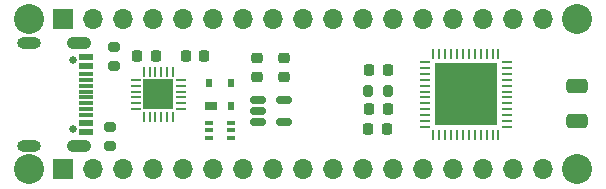
<source format=gts>
G04 #@! TF.GenerationSoftware,KiCad,Pcbnew,(6.0.5)*
G04 #@! TF.CreationDate,2022-08-14T17:30:35+10:00*
G04 #@! TF.ProjectId,ESP32 PicoDev,45535033-3220-4506-9963-6f4465762e6b,rev?*
G04 #@! TF.SameCoordinates,Original*
G04 #@! TF.FileFunction,Soldermask,Top*
G04 #@! TF.FilePolarity,Negative*
%FSLAX46Y46*%
G04 Gerber Fmt 4.6, Leading zero omitted, Abs format (unit mm)*
G04 Created by KiCad (PCBNEW (6.0.5)) date 2022-08-14 17:30:35*
%MOMM*%
%LPD*%
G01*
G04 APERTURE LIST*
G04 Aperture macros list*
%AMRoundRect*
0 Rectangle with rounded corners*
0 $1 Rounding radius*
0 $2 $3 $4 $5 $6 $7 $8 $9 X,Y pos of 4 corners*
0 Add a 4 corners polygon primitive as box body*
4,1,4,$2,$3,$4,$5,$6,$7,$8,$9,$2,$3,0*
0 Add four circle primitives for the rounded corners*
1,1,$1+$1,$2,$3*
1,1,$1+$1,$4,$5*
1,1,$1+$1,$6,$7*
1,1,$1+$1,$8,$9*
0 Add four rect primitives between the rounded corners*
20,1,$1+$1,$2,$3,$4,$5,0*
20,1,$1+$1,$4,$5,$6,$7,0*
20,1,$1+$1,$6,$7,$8,$9,0*
20,1,$1+$1,$8,$9,$2,$3,0*%
G04 Aperture macros list end*
%ADD10C,0.650000*%
%ADD11R,1.150000X0.600000*%
%ADD12R,1.150000X0.300000*%
%ADD13O,2.100000X1.050000*%
%ADD14O,2.000000X1.000000*%
%ADD15RoundRect,0.150000X-0.512500X-0.150000X0.512500X-0.150000X0.512500X0.150000X-0.512500X0.150000X0*%
%ADD16RoundRect,0.276000X-0.634000X0.324000X-0.634000X-0.324000X0.634000X-0.324000X0.634000X0.324000X0*%
%ADD17RoundRect,0.225000X0.250000X-0.225000X0.250000X0.225000X-0.250000X0.225000X-0.250000X-0.225000X0*%
%ADD18R,1.000000X0.700000*%
%ADD19R,0.600000X0.700000*%
%ADD20R,0.650000X0.400000*%
%ADD21RoundRect,0.225000X-0.225000X-0.250000X0.225000X-0.250000X0.225000X0.250000X-0.225000X0.250000X0*%
%ADD22RoundRect,0.200000X0.200000X0.275000X-0.200000X0.275000X-0.200000X-0.275000X0.200000X-0.275000X0*%
%ADD23RoundRect,0.062500X0.350000X0.062500X-0.350000X0.062500X-0.350000X-0.062500X0.350000X-0.062500X0*%
%ADD24RoundRect,0.062500X0.062500X0.350000X-0.062500X0.350000X-0.062500X-0.350000X0.062500X-0.350000X0*%
%ADD25R,2.600000X2.600000*%
%ADD26C,2.540000*%
%ADD27RoundRect,0.200000X-0.275000X0.200000X-0.275000X-0.200000X0.275000X-0.200000X0.275000X0.200000X0*%
%ADD28RoundRect,0.062500X0.337500X0.062500X-0.337500X0.062500X-0.337500X-0.062500X0.337500X-0.062500X0*%
%ADD29RoundRect,0.062500X0.062500X0.337500X-0.062500X0.337500X-0.062500X-0.337500X0.062500X-0.337500X0*%
%ADD30R,5.300000X5.300000*%
%ADD31RoundRect,0.200000X0.275000X-0.200000X0.275000X0.200000X-0.275000X0.200000X-0.275000X-0.200000X0*%
%ADD32R,1.700000X1.700000*%
%ADD33O,1.700000X1.700000*%
G04 APERTURE END LIST*
D10*
X129136000Y-88825000D03*
X129136000Y-94605000D03*
D11*
X130211000Y-88515000D03*
X130211000Y-89315000D03*
D12*
X130211000Y-90465000D03*
X130211000Y-91465000D03*
X130211000Y-91965000D03*
X130211000Y-92965000D03*
D11*
X130211000Y-94915000D03*
X130211000Y-94115000D03*
D12*
X130211000Y-93465000D03*
X130211000Y-92465000D03*
X130211000Y-90965000D03*
X130211000Y-89965000D03*
D13*
X129636000Y-87395000D03*
D14*
X125456000Y-87395000D03*
X125456000Y-96035000D03*
D13*
X129636000Y-96035000D03*
D15*
X144765500Y-92162000D03*
X144765500Y-93112000D03*
X144765500Y-94062000D03*
X147040500Y-94062000D03*
X147040500Y-92162000D03*
D16*
X171811000Y-93937000D03*
X171811000Y-91017000D03*
D17*
X144760000Y-90204000D03*
X144760000Y-88654000D03*
D18*
X140835000Y-92715000D03*
D19*
X142535000Y-92715000D03*
X142535000Y-90715000D03*
X140635000Y-90715000D03*
D20*
X142535000Y-95413000D03*
X142535000Y-94763000D03*
X142535000Y-94113000D03*
X140635000Y-94113000D03*
X140635000Y-94763000D03*
X140635000Y-95413000D03*
D21*
X138696400Y-88417400D03*
X140246400Y-88417400D03*
D22*
X155809000Y-91461000D03*
X154159000Y-91461000D03*
D23*
X138315500Y-92965000D03*
X138315500Y-92465000D03*
X138315500Y-91965000D03*
X138315500Y-91465000D03*
X138315500Y-90965000D03*
X138315500Y-90465000D03*
D24*
X137628000Y-89777500D03*
X137128000Y-89777500D03*
X136628000Y-89777500D03*
X136128000Y-89777500D03*
X135628000Y-89777500D03*
X135128000Y-89777500D03*
D23*
X134440500Y-90465000D03*
X134440500Y-90965000D03*
X134440500Y-91465000D03*
X134440500Y-91965000D03*
X134440500Y-92465000D03*
X134440500Y-92965000D03*
D24*
X135128000Y-93652500D03*
X135628000Y-93652500D03*
X136128000Y-93652500D03*
X136628000Y-93652500D03*
X137128000Y-93652500D03*
X137628000Y-93652500D03*
D25*
X136378000Y-91715000D03*
D21*
X154246600Y-89660600D03*
X155796600Y-89660600D03*
D26*
X171811000Y-98065000D03*
X125456000Y-85365000D03*
D21*
X154239000Y-92980500D03*
X155789000Y-92980500D03*
D26*
X171811000Y-85365000D03*
D21*
X134581600Y-88417400D03*
X136131600Y-88417400D03*
D27*
X132314000Y-94446000D03*
X132314000Y-96096000D03*
D17*
X147046000Y-90204000D03*
X147046000Y-88654000D03*
D28*
X165863000Y-94465000D03*
X165863000Y-93965000D03*
X165863000Y-93465000D03*
X165863000Y-92965000D03*
X165863000Y-92465000D03*
X165863000Y-91965000D03*
X165863000Y-91465000D03*
X165863000Y-90965000D03*
X165863000Y-90465000D03*
X165863000Y-89965000D03*
X165863000Y-89465000D03*
X165863000Y-88965000D03*
D29*
X165163000Y-88265000D03*
X164663000Y-88265000D03*
X164163000Y-88265000D03*
X163663000Y-88265000D03*
X163163000Y-88265000D03*
X162663000Y-88265000D03*
X162163000Y-88265000D03*
X161663000Y-88265000D03*
X161163000Y-88265000D03*
X160663000Y-88265000D03*
X160163000Y-88265000D03*
X159663000Y-88265000D03*
D28*
X158963000Y-88965000D03*
X158963000Y-89465000D03*
X158963000Y-89965000D03*
X158963000Y-90465000D03*
X158963000Y-90965000D03*
X158963000Y-91465000D03*
X158963000Y-91965000D03*
X158963000Y-92465000D03*
X158963000Y-92965000D03*
X158963000Y-93465000D03*
X158963000Y-93965000D03*
X158963000Y-94465000D03*
D29*
X159663000Y-95165000D03*
X160163000Y-95165000D03*
X160663000Y-95165000D03*
X161163000Y-95165000D03*
X161663000Y-95165000D03*
X162163000Y-95165000D03*
X162663000Y-95165000D03*
X163163000Y-95165000D03*
X163663000Y-95165000D03*
X164163000Y-95165000D03*
X164663000Y-95165000D03*
X165163000Y-95165000D03*
D30*
X162413000Y-91715000D03*
D21*
X154145000Y-94610500D03*
X155695000Y-94610500D03*
D26*
X125456000Y-98065000D03*
D31*
X132588000Y-89344000D03*
X132588000Y-87694000D03*
D32*
X128300800Y-85339600D03*
D33*
X130840800Y-85339600D03*
X133380800Y-85339600D03*
X135920800Y-85339600D03*
X138460800Y-85339600D03*
X141000800Y-85339600D03*
X143540800Y-85339600D03*
X146080800Y-85339600D03*
X148620800Y-85339600D03*
X151160800Y-85339600D03*
X153700800Y-85339600D03*
X156240800Y-85339600D03*
X158780800Y-85339600D03*
X161320800Y-85339600D03*
X163860800Y-85339600D03*
X166400800Y-85339600D03*
X168940800Y-85339600D03*
D32*
X128300800Y-98039600D03*
D33*
X130840800Y-98039600D03*
X133380800Y-98039600D03*
X135920800Y-98039600D03*
X138460800Y-98039600D03*
X141000800Y-98039600D03*
X143540800Y-98039600D03*
X146080800Y-98039600D03*
X148620800Y-98039600D03*
X151160800Y-98039600D03*
X153700800Y-98039600D03*
X156240800Y-98039600D03*
X158780800Y-98039600D03*
X161320800Y-98039600D03*
X163860800Y-98039600D03*
X166400800Y-98039600D03*
X168940800Y-98039600D03*
M02*

</source>
